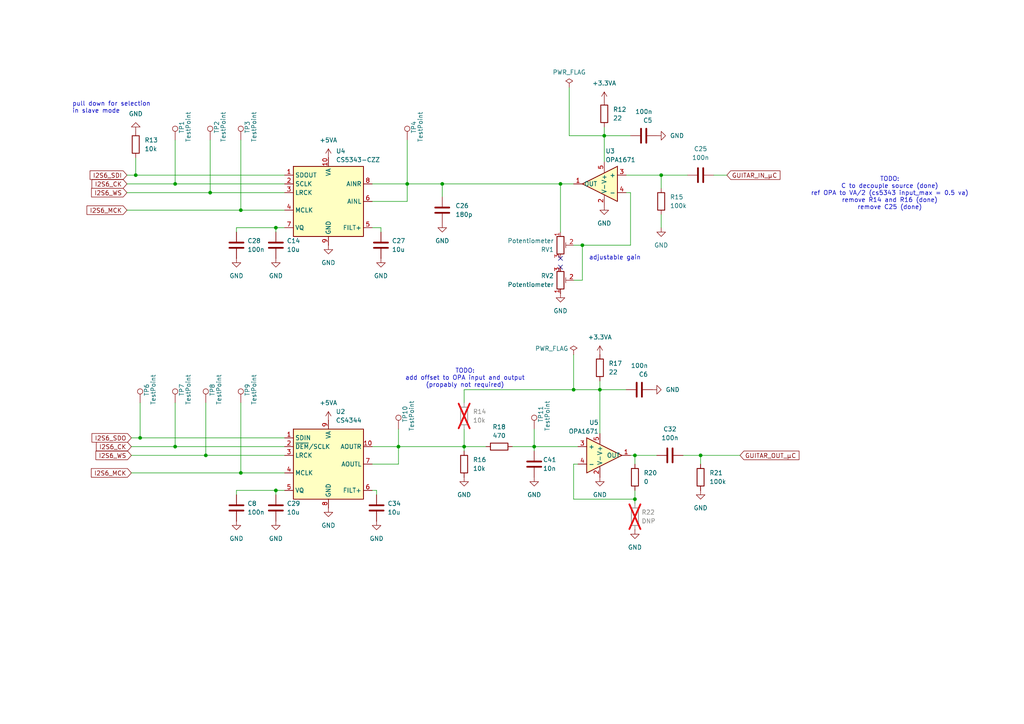
<source format=kicad_sch>
(kicad_sch (version 20250114) (generator "eeschema") (generator_version "9.0")
  (paper "A4")
  (lib_symbols
    (symbol "+3.3VA_1" (power) (pin_numbers (hide yes)) (pin_names (offset 0) (hide yes))
      (property "Value" "+3.3VA" (at 0 3.556 0))
      (symbol "+3.3VA_1_0_1"
        (polyline (pts (xy -0.762 1.27) (xy 0 2.54)))
        (polyline (pts (xy 0 2.54) (xy 0.762 1.27)))
        (polyline (pts (xy 0 0) (xy 0 2.54)))
      )
      (symbol "+3.3VA_1_1_1"
        (pin power_in line (at 0 0 90) (length 0) (name "~") (number "1"))
      )
    )
    (symbol "Audio:CS5343"
      (property "Reference" "U" (at -10.16 11.43 0))
      (property "Value" "CS5343" (at 6.35 11.43 0))
      (symbol "CS5343_0_1"
        (rectangle (start -10.16 10.16) (end 10.16 -10.16) (stroke (width 0.254)) (fill (type background)))
      )
      (symbol "CS5343_1_1"
        (pin output line (at -12.7 7.62 0) (length 2.54) (name "SDOUT") (number "1"))
        (pin bidirectional line (at -12.7 5.08 0) (length 2.54) (name "SCLK") (number "2"))
        (pin bidirectional line (at -12.7 2.54 0) (length 2.54) (name "LRCK") (number "3"))
        (pin input line (at -12.7 -2.54 0) (length 2.54) (name "MCLK") (number "4"))
        (pin output line (at -12.7 -7.62 0) (length 2.54) (name "VQ") (number "7"))
        (pin power_in line (at 0 12.7 270) (length 2.54) (name "VA") (number "10"))
        (pin power_in line (at 0 -12.7 90) (length 2.54) (name "GND") (number "9"))
        (pin input line (at 12.7 5.08 180) (length 2.54) (name "AINR") (number "8"))
        (pin input line (at 12.7 0 180) (length 2.54) (name "AINL") (number "6"))
        (pin output line (at 12.7 -7.62 180) (length 2.54) (name "FILT+") (number "5"))
      )
    )
    (symbol "CS4344_1"
      (property "Reference" "U" (at -10.16 11.43 0))
      (property "Value" "CS4344" (at 6.35 11.43 0))
      (symbol "CS4344_1_0_1"
        (rectangle (start -10.16 10.16) (end 10.16 -10.16) (stroke (width 0.254)) (fill (type background)))
      )
      (symbol "CS4344_1_1_1"
        (pin input line (at -12.7 7.62 0) (length 2.54) (name "SDIN") (number "1"))
        (pin input line (at -12.7 5.08 0) (length 2.54) (name "~{DEM}/SCLK") (number "2"))
        (pin input line (at -12.7 2.54 0) (length 2.54) (name "LRCK") (number "3"))
        (pin input line (at -12.7 -2.54 0) (length 2.54) (name "MCLK") (number "4"))
        (pin output line (at -12.7 -7.62 0) (length 2.54) (name "VQ") (number "5"))
        (pin power_in line (at 0 12.7 270) (length 2.54) (name "VA") (number "9"))
        (pin power_in line (at 0 -12.7 90) (length 2.54) (name "GND") (number "8"))
        (pin output line (at 12.7 5.08 180) (length 2.54) (name "AOUTR") (number "10"))
        (pin output line (at 12.7 0 180) (length 2.54) (name "AOUTL") (number "7"))
        (pin output line (at 12.7 -7.62 180) (length 2.54) (name "FILT+") (number "6"))
      )
    )
    (symbol "Connector:TestPoint" (pin_numbers (hide yes)) (pin_names (offset 0.762) (hide yes))
      (property "Reference" "TP" (at 0 6.858 0))
      (property "Value" "TestPoint" (at 0 5.08 0))
      (symbol "TestPoint_0_1"
        (circle (center 0 3.302) (radius 0.762))
      )
      (symbol "TestPoint_1_1"
        (pin passive line (at 0 0 90) (length 2.54) (name "1") (number "1"))
      )
    )
    (symbol "Device:C" (pin_numbers (hide yes)) (pin_names (offset 0.254))
      (property "Reference" "C" (at 0.635 2.54 0))
      (property "Value" "C" (at 0.635 -2.54 0))
      (symbol "C_0_1"
        (polyline (pts (xy -2.032 0.762) (xy 2.032 0.762)) (stroke (width 0.508)))
        (polyline (pts (xy -2.032 -0.762) (xy 2.032 -0.762)) (stroke (width 0.508)))
      )
      (symbol "C_1_1"
        (pin passive line (at 0 3.81 270) (length 2.794) (name "~") (number "1"))
        (pin passive line (at 0 -3.81 90) (length 2.794) (name "~") (number "2"))
      )
    )
    (symbol "Device:R" (pin_numbers (hide yes)) (pin_names (offset 0))
      (property "Reference" "R" (at 2.032 0 90))
      (property "Value" "R" (at 0 0 90))
      (symbol "R_0_1"
        (rectangle (start -1.016 -2.54) (end 1.016 2.54) (stroke (width 0.254)))
      )
      (symbol "R_1_1"
        (pin passive line (at 0 3.81 270) (length 1.27) (name "~") (number "1"))
        (pin passive line (at 0 -3.81 90) (length 1.27) (name "~") (number "2"))
      )
    )
    (symbol "Device:R_Potentiometer_Trim" (pin_names (offset 1.016) (hide yes))
      (property "Reference" "RV" (at -4.445 0 90))
      (property "Value" "R_Potentiometer_Trim" (at -2.54 0 90))
      (symbol "R_Potentiometer_Trim_0_1"
        (rectangle (start 1.016 2.54) (end -1.016 -2.54) (stroke (width 0.254)))
        (polyline (pts (xy 1.524 0.762) (xy 1.524 -0.762)))
        (polyline (pts (xy 2.54 0) (xy 1.524 0)))
      )
      (symbol "R_Potentiometer_Trim_1_1"
        (pin passive line (at 0 3.81 270) (length 1.27) (name "1") (number "1"))
        (pin passive line (at 0 -3.81 90) (length 1.27) (name "3") (number "3"))
        (pin passive line (at 3.81 0 180) (length 1.27) (name "2") (number "2"))
      )
    )
    (symbol "GND_1" (power) (pin_numbers (hide yes)) (pin_names (offset 0) (hide yes))
      (property "Value" "GND" (at 0 -3.81 0))
      (symbol "GND_1_0_1"
        (polyline (pts (xy 0 0) (xy 0 -1.27) (xy 1.27 -1.27) (xy 0 -2.54) (xy -1.27 -1.27) (xy 0 -1.27)))
      )
      (symbol "GND_1_1_1"
        (pin power_in line (at 0 0 270) (length 0) (name "~") (number "1"))
      )
    )
    (symbol "GND_2" (power) (pin_numbers (hide yes)) (pin_names (offset 0) (hide yes))
      (property "Value" "GND" (at 0 -3.81 0))
      (symbol "GND_2_0_1"
        (polyline (pts (xy 0 0) (xy 0 -1.27) (xy 1.27 -1.27) (xy 0 -2.54) (xy -1.27 -1.27) (xy 0 -1.27)))
      )
      (symbol "GND_2_1_1"
        (pin power_in line (at 0 0 270) (length 0) (name "~") (number "1"))
      )
    )
    (symbol "GND_3" (power) (pin_numbers (hide yes)) (pin_names (offset 0) (hide yes))
      (property "Value" "GND" (at 0 -3.81 0))
      (symbol "GND_3_0_1"
        (polyline (pts (xy 0 0) (xy 0 -1.27) (xy 1.27 -1.27) (xy 0 -2.54) (xy -1.27 -1.27) (xy 0 -1.27)))
      )
      (symbol "GND_3_1_1"
        (pin power_in line (at 0 0 270) (length 0) (name "~") (number "1"))
      )
    )
    (symbol "MySymbols:OPAmp"
      (property "Reference" "U" (at -2.54 7.62 0))
      (symbol "OPAmp_1_1"
        (polyline (pts (xy -3.81 5.08) (xy 6.35 0) (xy -3.81 -5.08) (xy -3.81 5.08)) (stroke (width 0.254)) (fill (type background)))
        (pin input line (at -6.35 2.54 0) (length 2.54) (name "+") (number "3"))
        (pin input line (at -6.35 -2.54 0) (length 2.54) (name "-") (number "4"))
        (pin power_in line (at 0 6.35 270) (length 3) (name "V+") (number "5"))
        (pin power_in line (at 0 -6.35 90) (length 3) (name "V-") (number "2"))
        (pin output line (at 8.89 0 180) (length 2.54) (name "OUT") (number "1"))
      )
    )
    (symbol "power:+3.3VA" (power) (pin_numbers (hide yes)) (pin_names (offset 0) (hide yes))
      (property "Value" "+3.3VA" (at 0 3.556 0))
      (symbol "+3.3VA_0_1"
        (polyline (pts (xy -0.762 1.27) (xy 0 2.54)))
        (polyline (pts (xy 0 2.54) (xy 0.762 1.27)))
        (polyline (pts (xy 0 0) (xy 0 2.54)))
      )
      (symbol "+3.3VA_1_1"
        (pin power_in line (at 0 0 90) (length 0) (name "~") (number "1"))
      )
    )
    (symbol "power:+5VA" (power) (pin_numbers (hide yes)) (pin_names (offset 0) (hide yes))
      (property "Value" "+5VA" (at 0 3.556 0))
      (symbol "+5VA_0_1"
        (polyline (pts (xy -0.762 1.27) (xy 0 2.54)))
        (polyline (pts (xy 0 2.54) (xy 0.762 1.27)))
        (polyline (pts (xy 0 0) (xy 0 2.54)))
      )
      (symbol "+5VA_1_1"
        (pin power_in line (at 0 0 90) (length 0) (name "~") (number "1"))
      )
    )
    (symbol "power:GND" (power) (pin_numbers (hide yes)) (pin_names (offset 0) (hide yes))
      (property "Value" "GND" (at 0 -3.81 0))
      (symbol "GND_0_1"
        (polyline (pts (xy 0 0) (xy 0 -1.27) (xy 1.27 -1.27) (xy 0 -2.54) (xy -1.27 -1.27) (xy 0 -1.27)))
      )
      (symbol "GND_1_1"
        (pin power_in line (at 0 0 270) (length 0) (name "~") (number "1"))
      )
    )
    (symbol "power:PWR_FLAG" (power) (pin_numbers (hide yes)) (pin_names (offset 0) (hide yes))
      (property "Value" "PWR_FLAG" (at 0 3.81 0))
      (symbol "PWR_FLAG_0_0"
        (pin power_out line (at 0 0 90) (length 0) (name "pwr") (number "1"))
      )
      (symbol "PWR_FLAG_0_1"
        (polyline (pts (xy 0 0) (xy 0 1.27) (xy -1.016 1.905) (xy 0 2.54) (xy 1.016 1.905) (xy 0 1.27)))
      )
    )
  )
  (text "TODO:\nC to decouple source (done)\nref OPA to VA/2 (cs5343 input_max = 0.5 va)\nremove R14 and R16 (done)\nremove C25 (done)" (at 258.064 56.134 0) (effects (font (size 1.27 1.27))))
  (text "pull down for selection\nin slave mode" (at 20.955 33.02 0) (effects (font (size 1.27 1.27)) (justify left bottom)))
  (text "adjustable gain" (at 170.815 75.565 0) (effects (font (size 1.27 1.27)) (justify left bottom)))
  (text "TODO:\nadd offset to OPA input and output\n(propably not required)\n" (at 134.874 109.728 0) (effects (font (size 1.27 1.27))))
  (junction (at 80.01 66.04))
  (junction (at 39.37 50.8))
  (junction (at 162.56 53.34))
  (junction (at 203.2 132.08))
  (junction (at 50.8 53.34))
  (junction (at 69.85 137.16))
  (junction (at 154.94 129.54))
  (junction (at 128.27 53.34))
  (junction (at 60.96 55.88))
  (junction (at 40.64 127))
  (junction (at 80.01 142.24))
  (junction (at 50.8 129.54))
  (junction (at 191.77 50.8))
  (junction (at 118.11 53.34))
  (junction (at 115.57 129.54))
  (junction (at 168.91 71.12))
  (junction (at 166.37 113.03))
  (junction (at 184.15 144.78))
  (junction (at 173.99 113.03))
  (junction (at 69.85 60.96))
  (junction (at 184.15 132.08))
  (junction (at 59.69 132.08))
  (junction (at 134.62 129.54))
  (junction (at 175.26 39.37))
  (no_connect (at 162.56 77.47))
  (no_connect (at 162.56 74.93))
  (wire (pts (xy 68.58 143.51) (xy 68.58 142.24)))
  (wire (pts (xy 154.94 129.54) (xy 154.94 130.81)))
  (wire (pts (xy 162.56 53.34) (xy 162.56 67.31)))
  (wire (pts (xy 107.95 129.54) (xy 115.57 129.54)))
  (wire (pts (xy 38.1 127) (xy 40.64 127)))
  (wire (pts (xy 128.27 53.34) (xy 128.27 57.15)))
  (wire (pts (xy 60.96 40.64) (xy 60.96 55.88)))
  (wire (pts (xy 181.61 50.8) (xy 191.77 50.8)))
  (wire (pts (xy 166.37 113.03) (xy 134.62 113.03)))
  (wire (pts (xy 68.58 66.04) (xy 80.01 66.04)))
  (wire (pts (xy 50.8 129.54) (xy 82.55 129.54)))
  (wire (pts (xy 134.62 129.54) (xy 140.97 129.54)))
  (wire (pts (xy 115.57 129.54) (xy 115.57 134.62)))
  (wire (pts (xy 182.88 71.12) (xy 168.91 71.12)))
  (wire (pts (xy 173.99 113.03) (xy 173.99 125.73)))
  (wire (pts (xy 107.95 142.24) (xy 109.22 142.24)))
  (wire (pts (xy 109.22 142.24) (xy 109.22 143.51)))
  (wire (pts (xy 59.69 132.08) (xy 82.55 132.08)))
  (wire (pts (xy 39.37 45.72) (xy 39.37 50.8)))
  (wire (pts (xy 115.57 124.46) (xy 115.57 129.54)))
  (wire (pts (xy 175.26 46.99) (xy 175.26 39.37)))
  (wire (pts (xy 168.91 71.12) (xy 166.37 71.12)))
  (wire (pts (xy 166.37 144.78) (xy 184.15 144.78)))
  (wire (pts (xy 165.1 39.37) (xy 175.26 39.37)))
  (wire (pts (xy 68.58 66.04) (xy 68.58 67.31)))
  (wire (pts (xy 165.1 39.37) (xy 165.1 25.4)))
  (wire (pts (xy 39.37 50.8) (xy 82.55 50.8)))
  (wire (pts (xy 182.88 132.08) (xy 184.15 132.08)))
  (wire (pts (xy 184.15 132.08) (xy 184.15 134.62)))
  (wire (pts (xy 118.11 40.64) (xy 118.11 53.34)))
  (wire (pts (xy 69.85 40.64) (xy 69.85 60.96)))
  (wire (pts (xy 184.15 132.08) (xy 190.5 132.08)))
  (wire (pts (xy 134.62 124.46) (xy 134.62 129.54)))
  (wire (pts (xy 203.2 132.08) (xy 203.2 134.62)))
  (wire (pts (xy 36.83 53.34) (xy 50.8 53.34)))
  (wire (pts (xy 68.58 142.24) (xy 80.01 142.24)))
  (wire (pts (xy 207.01 50.8) (xy 210.82 50.8)))
  (wire (pts (xy 181.61 55.88) (xy 182.88 55.88)))
  (wire (pts (xy 36.83 50.8) (xy 39.37 50.8)))
  (wire (pts (xy 107.95 134.62) (xy 115.57 134.62)))
  (wire (pts (xy 38.1 137.16) (xy 69.85 137.16)))
  (wire (pts (xy 154.94 124.46) (xy 154.94 129.54)))
  (wire (pts (xy 40.64 127) (xy 40.64 116.84)))
  (wire (pts (xy 115.57 129.54) (xy 134.62 129.54)))
  (wire (pts (xy 191.77 62.23) (xy 191.77 66.04)))
  (wire (pts (xy 80.01 66.04) (xy 80.01 67.31)))
  (wire (pts (xy 134.62 113.03) (xy 134.62 116.84)))
  (wire (pts (xy 118.11 53.34) (xy 128.27 53.34)))
  (wire (pts (xy 50.8 116.84) (xy 50.8 129.54)))
  (wire (pts (xy 166.37 113.03) (xy 173.99 113.03)))
  (wire (pts (xy 80.01 66.04) (xy 82.55 66.04)))
  (wire (pts (xy 118.11 58.42) (xy 118.11 53.34)))
  (wire (pts (xy 166.37 134.62) (xy 166.37 144.78)))
  (wire (pts (xy 154.94 129.54) (xy 167.64 129.54)))
  (wire (pts (xy 134.62 129.54) (xy 134.62 130.81)))
  (wire (pts (xy 148.59 129.54) (xy 154.94 129.54)))
  (wire (pts (xy 198.12 132.08) (xy 203.2 132.08)))
  (wire (pts (xy 175.26 39.37) (xy 182.88 39.37)))
  (wire (pts (xy 107.95 53.34) (xy 118.11 53.34)))
  (wire (pts (xy 69.85 137.16) (xy 82.55 137.16)))
  (wire (pts (xy 168.91 81.28) (xy 166.37 81.28)))
  (wire (pts (xy 38.1 129.54) (xy 50.8 129.54)))
  (wire (pts (xy 50.8 53.34) (xy 82.55 53.34)))
  (wire (pts (xy 110.49 66.04) (xy 110.49 67.31)))
  (wire (pts (xy 191.77 50.8) (xy 199.39 50.8)))
  (wire (pts (xy 107.95 58.42) (xy 118.11 58.42)))
  (wire (pts (xy 162.56 53.34) (xy 166.37 53.34)))
  (wire (pts (xy 40.64 127) (xy 82.55 127)))
  (wire (pts (xy 69.85 116.84) (xy 69.85 137.16)))
  (wire (pts (xy 167.64 134.62) (xy 166.37 134.62)))
  (wire (pts (xy 203.2 132.08) (xy 214.63 132.08)))
  (wire (pts (xy 168.91 71.12) (xy 168.91 81.28)))
  (wire (pts (xy 166.37 113.03) (xy 166.37 102.87)))
  (wire (pts (xy 60.96 55.88) (xy 82.55 55.88)))
  (wire (pts (xy 128.27 53.34) (xy 162.56 53.34)))
  (wire (pts (xy 36.83 55.88) (xy 60.96 55.88)))
  (wire (pts (xy 50.8 40.64) (xy 50.8 53.34)))
  (wire (pts (xy 184.15 144.78) (xy 184.15 146.05)))
  (wire (pts (xy 175.26 36.83) (xy 175.26 39.37)))
  (wire (pts (xy 80.01 142.24) (xy 80.01 143.51)))
  (wire (pts (xy 191.77 50.8) (xy 191.77 54.61)))
  (wire (pts (xy 38.1 132.08) (xy 59.69 132.08)))
  (wire (pts (xy 182.88 55.88) (xy 182.88 71.12)))
  (wire (pts (xy 184.15 142.24) (xy 184.15 144.78)))
  (wire (pts (xy 80.01 142.24) (xy 82.55 142.24)))
  (wire (pts (xy 59.69 116.84) (xy 59.69 132.08)))
  (wire (pts (xy 69.85 60.96) (xy 82.55 60.96)))
  (wire (pts (xy 107.95 66.04) (xy 110.49 66.04)))
  (wire (pts (xy 36.83 60.96) (xy 69.85 60.96)))
  (wire (pts (xy 173.99 113.03) (xy 181.61 113.03)))
  (wire (pts (xy 173.99 110.49) (xy 173.99 113.03)))
  (global_label "I2S6_MCK" (shape input) (at 36.83 60.96 180) (property "Intersheetrefs" "${INTERSHEET_REFS}" (effects (hide yes))))
  (global_label "I2S6_CK" (shape input) (at 38.1 129.54 180) (property "Intersheetrefs" "${INTERSHEET_REFS}" (effects (hide yes))))
  (global_label "GUITAR_OUT_µC" (shape input) (at 214.63 132.08 0) (property "Intersheetrefs" "${INTERSHEET_REFS}" (effects (hide yes))))
  (global_label "I2S6_SDO" (shape input) (at 38.1 127 180) (property "Intersheetrefs" "${INTERSHEET_REFS}" (effects (hide yes))))
  (global_label "I2S6_WS" (shape input) (at 36.83 55.88 180) (property "Intersheetrefs" "${INTERSHEET_REFS}" (effects (hide yes))))
  (global_label "I2S6_MCK" (shape input) (at 38.1 137.16 180) (property "Intersheetrefs" "${INTERSHEET_REFS}" (effects (hide yes))))
  (global_label "I2S6_WS" (shape input) (at 38.1 132.08 180) (property "Intersheetrefs" "${INTERSHEET_REFS}" (effects (hide yes))))
  (global_label "I2S6_SDI" (shape input) (at 36.83 50.8 180) (property "Intersheetrefs" "${INTERSHEET_REFS}" (effects (hide yes))))
  (global_label "I2S6_CK" (shape input) (at 36.83 53.34 180) (property "Intersheetrefs" "${INTERSHEET_REFS}" (effects (hide yes))))
  (global_label "GUITAR_IN_µC" (shape input) (at 210.82 50.8 0) (property "Intersheetrefs" "${INTERSHEET_REFS}" (effects (hide yes))))
  (symbol (lib_name "+3.3VA_1") (lib_id "power:+3.3VA") (at 173.99 102.87 0) (unit 1)
    (property "Reference" "#PWR066" (effects (hide yes)))
    (property "Value" "+3.3VA" (at 173.99 97.79 0))
    (property "Description" "Power symbol creates a global label with name \"+3.3VA\"" (effects (hide yes)))
  )
  (symbol (lib_id "power:PWR_FLAG") (at 166.37 102.87 0) (unit 1)
    (property "Reference" "#FLG03" (effects (hide yes)))
    (property "Value" "PWR_FLAG" (at 160.02 101.092 0))
  )
  (symbol (lib_id "Device:C") (at 203.2 50.8 90) (unit 1)
    (property "Reference" "C25" (at 203.2 43.18 90))
    (property "Value" "100n" (at 203.2 45.72 90))
    (property "Footprint" "Capacitor_SMD:C_1210_3225Metric" (effects (hide yes)))
    (property "Datasheet" "https://industrial.panasonic.com/cdbs/www-data/pdf/RDI0000/ABD0000C173.pdf" (effects (hide yes)))
    (property "Description" "Unpolarized capacitor" (effects (hide yes)))
    (property "MOUSER_NR" "667-ECH-U1C104JX5" (effects (hide yes)))
  )
  (symbol (lib_name "GND_1") (lib_id "power:GND") (at 80.01 74.93 0) (unit 1)
    (property "Reference" "#PWR062" (effects (hide yes)))
    (property "Value" "GND" (at 80.01 80.01 0))
    (property "Description" "Power symbol creates a global label with name \"GND\" , ground" (effects (hide yes)))
  )
  (symbol (lib_id "Connector:TestPoint") (at 50.8 116.84 0) (unit 1)
    (property "Reference" "TP7" (at 52.705 114.935 90) (effects (justify left)))
    (property "Value" "TestPoint" (at 54.61 117.475 90) (effects (justify left)))
    (property "Footprint" "TestPoint:TestPoint_Pad_D1.5mm" (effects (hide yes)))
  )
  (symbol (lib_id "Connector:TestPoint") (at 60.96 40.64 0) (unit 1)
    (property "Reference" "TP2" (at 62.865 38.735 90) (effects (justify left)))
    (property "Value" "TestPoint" (at 64.77 41.275 90) (effects (justify left)))
    (property "Footprint" "TestPoint:TestPoint_Pad_D1.5mm" (effects (hide yes)))
  )
  (symbol (lib_name "GND_1") (lib_id "power:GND") (at 80.01 151.13 0) (unit 1)
    (property "Reference" "#PWR073" (effects (hide yes)))
    (property "Value" "GND" (at 80.01 156.21 0))
    (property "Description" "Power symbol creates a global label with name \"GND\" , ground" (effects (hide yes)))
  )
  (symbol (lib_id "Connector:TestPoint") (at 59.69 116.84 0) (unit 1)
    (property "Reference" "TP8" (at 61.595 114.935 90) (effects (justify left)))
    (property "Value" "TestPoint" (at 63.5 117.475 90) (effects (justify left)))
    (property "Footprint" "TestPoint:TestPoint_Pad_D1.5mm" (effects (hide yes)))
  )
  (symbol (lib_id "Device:R") (at 191.77 58.42 0) (unit 1)
    (property "Reference" "R15" (at 194.31 57.15 0) (effects (justify left)))
    (property "Value" "100k" (at 194.31 59.69 0) (effects (justify left)))
    (property "Footprint" "Resistor_SMD:R_0402_1005Metric" (effects (hide yes)))
    (property "Datasheet" "https://www.mouser.de/ProductDetail/Bourns/CR0402-JW-104GLF?qs=K5ddiUFZPT6F5Sk3R93%2Fiw%3D%3D" (effects (hide yes)))
    (property "MOUSER_NR" "652-CR0402JW-104GLF" (effects (hide yes)))
  )
  (symbol (lib_name "GND_1") (lib_id "power:GND") (at 154.94 138.43 0) (unit 1)
    (property "Reference" "#PWR070" (effects (hide yes)))
    (property "Value" "GND" (at 154.94 143.51 0))
    (property "Description" "Power symbol creates a global label with name \"GND\" , ground" (effects (hide yes)))
  )
  (symbol (lib_name "GND_1") (lib_id "power:GND") (at 173.99 138.43 0) (unit 1)
    (property "Reference" "#PWR071" (effects (hide yes)))
    (property "Value" "GND" (at 173.99 143.51 0))
    (property "Description" "Power symbol creates a global label with name \"GND\" , ground" (effects (hide yes)))
  )
  (symbol (lib_id "Device:C") (at 80.01 71.12 0) (unit 1)
    (property "Reference" "C14" (at 83.185 69.85 0) (effects (justify left)))
    (property "Value" "10u" (at 83.185 72.39 0) (effects (justify left)))
    (property "Footprint" "Capacitor_SMD:C_0603_1608Metric" (effects (hide yes)))
    (property "Datasheet" "https://www.mouser.de/datasheet/2/396/mlcc02_e-1307760.pdf" (effects (hide yes)))
    (property "MOUSER_NR" "963-LMK107BBJ106MALT" (effects (hide yes)))
  )
  (symbol (lib_id "Connector:TestPoint") (at 50.8 40.64 0) (unit 1)
    (property "Reference" "TP1" (at 52.705 38.735 90) (effects (justify left)))
    (property "Value" "TestPoint" (at 54.61 41.275 90) (effects (justify left)))
    (property "Footprint" "TestPoint:TestPoint_Pad_D1.5mm" (effects (hide yes)))
  )
  (symbol (lib_id "Device:R_Potentiometer_Trim") (at 162.56 81.28 0) (mirror x) (unit 1)
    (property "Reference" "RV2" (at 160.655 80.01 0) (effects (justify right)))
    (property "Value" "Potentiometer" (at 160.655 82.55 0) (effects (justify right)))
    (property "Footprint" "Potentiometer_SMD:Potentiometer_Bourns_3224W_Vertical" (effects (hide yes)))
    (property "Datasheet" "https://www.mouser.de/datasheet/2/54/3224-776900.pdf" (effects (hide yes)))
    (property "MOUSER_NR" "652-3224W-1-503E" (effects (hide yes)))
  )
  (symbol (lib_id "Device:C") (at 186.69 39.37 90) (unit 1)
    (property "Reference" "C5" (at 189.23 34.925 90) (effects (justify left)))
    (property "Value" "100n" (at 189.23 32.385 90) (effects (justify left)))
    (property "Footprint" "Capacitor_SMD:C_0402_1005Metric" (effects (hide yes)))
    (property "Datasheet" "https://www.mouser.de/datasheet/2/396/Taiyo_Yuden_1102023_MC_mlcc_all_e-3081584.pdf" (effects (hide yes)))
    (property "MOUSER_NR" "963-MCASL105SB7104KF" (effects (hide yes)))
  )
  (symbol (lib_name "GND_1") (lib_id "power:GND") (at 68.58 151.13 0) (unit 1)
    (property "Reference" "#PWR065" (effects (hide yes)))
    (property "Value" "GND" (at 68.58 156.21 0))
    (property "Description" "Power symbol creates a global label with name \"GND\" , ground" (effects (hide yes)))
  )
  (symbol (lib_id "Device:C") (at 185.42 113.03 90) (unit 1)
    (property "Reference" "C6" (at 187.96 108.585 90) (effects (justify left)))
    (property "Value" "100n" (at 187.96 106.045 90) (effects (justify left)))
    (property "Footprint" "Capacitor_SMD:C_0402_1005Metric" (effects (hide yes)))
    (property "Datasheet" "https://www.mouser.de/datasheet/2/396/Taiyo_Yuden_1102023_MC_mlcc_all_e-3081584.pdf" (effects (hide yes)))
    (property "MOUSER_NR" "963-MCASL105SB7104KF" (effects (hide yes)))
  )
  (symbol (lib_id "Device:C") (at 110.49 71.12 0) (unit 1)
    (property "Reference" "C27" (at 113.665 69.85 0) (effects (justify left)))
    (property "Value" "10u" (at 113.665 72.39 0) (effects (justify left)))
    (property "Footprint" "Capacitor_SMD:C_0603_1608Metric" (effects (hide yes)))
    (property "Datasheet" "https://www.mouser.de/datasheet/2/396/mlcc02_e-1307760.pdf" (effects (hide yes)))
    (property "MOUSER_NR" "963-LMK107BBJ106MALT" (effects (hide yes)))
  )
  (symbol (lib_name "GND_1") (lib_id "power:GND") (at 95.25 71.12 0) (unit 1)
    (property "Reference" "#PWR063" (effects (hide yes)))
    (property "Value" "GND" (at 95.25 76.2 0))
    (property "Description" "Power symbol creates a global label with name \"GND\" , ground" (effects (hide yes)))
  )
  (symbol (lib_id "Audio:CS5343") (at 95.25 58.42 0) (unit 1)
    (property "Reference" "U4" (at 97.4441 43.815 0) (effects (justify left)))
    (property "Value" "CS5343-CZZ" (at 97.4441 46.355 0) (effects (justify left)))
    (property "Footprint" "Package_SO:TSSOP-10_3x3mm_P0.5mm" (effects (hide yes)))
    (property "Datasheet" "https://statics.cirrus.com/pubs/proDatasheet/CS5343-44_F5.pdf" (effects (hide yes)))
    (property "MOUSER_NR" " 777-CS5343-CZZ " (effects (hide yes)))
  )
  (symbol (lib_id "Device:C") (at 68.58 147.32 0) (unit 1)
    (property "Reference" "C8" (at 71.755 146.05 0) (effects (justify left)))
    (property "Value" "100n" (at 71.755 148.59 0) (effects (justify left)))
    (property "Footprint" "Capacitor_SMD:C_0402_1005Metric" (effects (hide yes)))
    (property "Datasheet" "https://www.mouser.de/datasheet/2/396/Taiyo_Yuden_1102023_MC_mlcc_all_e-3081584.pdf" (effects (hide yes)))
    (property "MOUSER_NR" "963-MCASL105SB7104KF" (effects (hide yes)))
  )
  (symbol (lib_id "Connector:TestPoint") (at 69.85 40.64 0) (unit 1)
    (property "Reference" "TP3" (at 71.755 38.735 90) (effects (justify left)))
    (property "Value" "TestPoint" (at 73.66 41.275 90) (effects (justify left)))
    (property "Footprint" "TestPoint:TestPoint_Pad_D1.5mm" (effects (hide yes)))
  )
  (symbol (lib_name "GND_1") (lib_id "power:GND") (at 203.2 142.24 0) (unit 1)
    (property "Reference" "#PWR072" (effects (hide yes)))
    (property "Value" "GND" (at 203.2 147.32 0))
    (property "Description" "Power symbol creates a global label with name \"GND\" , ground" (effects (hide yes)))
  )
  (symbol (lib_id "MySymbols:OPAmp") (at 175.26 53.34 0) (mirror y) (unit 1)
    (property "Reference" "U3" (at 175.6059 43.815 0) (effects (justify right)))
    (property "Value" "OPA1671" (at 175.6059 46.355 0) (effects (justify right)))
    (property "Footprint" "Package_TO_SOT_SMD:SOT-23-5" (effects (hide yes)))
    (property "Datasheet" "https://www.ti.com/lit/ds/symlink/opa1671.pdf?ts=1712400587031&ref_url=https%253A%252F%252Fwww.mouser.at%252F" (effects (hide yes)))
    (property "MOUSER_NR" " 595-OPA1671IDBVT" (effects (hide yes)))
  )
  (symbol (lib_id "Device:C") (at 194.31 132.08 90) (unit 1)
    (property "Reference" "C32" (at 194.31 124.46 90))
    (property "Value" "100n" (at 194.31 127 90))
    (property "Footprint" "Capacitor_SMD:C_1210_3225Metric" (effects (hide yes)))
    (property "Datasheet" "https://industrial.panasonic.com/cdbs/www-data/pdf/RDI0000/ABD0000C173.pdf" (effects (hide yes)))
    (property "Description" "Unpolarized capacitor" (effects (hide yes)))
    (property "MOUSER_NR" "667-ECH-U1C104JX5" (effects (hide yes)))
  )
  (symbol (lib_name "GND_3") (lib_id "power:GND") (at 162.56 85.09 0) (unit 1)
    (property "Reference" "#PWR077" (effects (hide yes)))
    (property "Value" "GND" (at 162.56 90.17 0))
    (property "Description" "Power symbol creates a global label with name \"GND\" , ground" (effects (hide yes)))
  )
  (symbol (lib_id "power:PWR_FLAG") (at 165.1 25.4 0) (unit 1)
    (property "Reference" "#FLG02" (effects (hide yes)))
    (property "Value" "PWR_FLAG" (at 165.1 20.955 0))
  )
  (symbol (lib_name "CS4344_1") (lib_id "Audio:CS4344") (at 95.25 134.62 0) (unit 1)
    (property "Reference" "U2" (at 97.3933 119.38 0) (effects (justify left)))
    (property "Value" "CS4344" (at 97.3933 121.92 0) (effects (justify left)))
    (property "Footprint" "Package_SO:TSSOP-10_3x3mm_P0.5mm" (effects (hide yes)))
    (property "Datasheet" "https://statics.cirrus.com/pubs/proDatasheet/CS4344-45-48_F2.pdf" (effects (hide yes)))
    (property "Description" "16 to 24-Bit, 192 kHz Stereo D/A Converter, I2S Audio Format, TSSOP-10" (effects (hide yes)))
    (property "MOUSER_NR" " 777-CS4344-CZZR" (effects (hide yes)))
  )
  (symbol (lib_id "Device:R") (at 203.2 138.43 0) (unit 1)
    (property "Reference" "R21" (at 205.74 137.16 0) (effects (justify left)))
    (property "Value" "100k" (at 205.74 139.7 0) (effects (justify left)))
    (property "Footprint" "Resistor_SMD:R_0402_1005Metric" (effects (hide yes)))
    (property "Datasheet" "https://www.mouser.de/ProductDetail/Bourns/CR0402-JW-104GLF?qs=K5ddiUFZPT6F5Sk3R93%2Fiw%3D%3D" (effects (hide yes)))
    (property "MOUSER_NR" "652-CR0402JW-104GLF" (effects (hide yes)))
  )
  (symbol (lib_id "power:+3.3VA") (at 175.26 29.21 0) (unit 1)
    (property "Reference" "#PWR034" (effects (hide yes)))
    (property "Value" "+3.3VA" (at 175.26 24.13 0))
    (property "Description" "Power symbol creates a global label with name \"+3.3VA\"" (effects (hide yes)))
  )
  (symbol (lib_id "Device:R") (at 175.26 33.02 0) (unit 1)
    (property "Reference" "R12" (at 177.8 31.75 0) (effects (justify left)))
    (property "Value" "22" (at 177.8 34.29 0) (effects (justify left)))
    (property "Footprint" "Resistor_SMD:R_0603_1608Metric" (effects (hide yes)))
    (property "Datasheet" "https://www.mouser.de/datasheet/2/54/Bourns_1_11_2023_CHP_Q_datasheet-3084758.pdf" (effects (hide yes)))
    (property "MOUSER_NR" " 652-CHP0603QJW-220E " (effects (hide yes)))
  )
  (symbol (lib_id "Connector:TestPoint") (at 154.94 124.46 0) (unit 1)
    (property "Reference" "TP11" (at 156.845 122.555 90) (effects (justify left)))
    (property "Value" "TestPoint" (at 158.75 125.095 90) (effects (justify left)))
    (property "Footprint" "TestPoint:TestPoint_Pad_D1.5mm" (effects (hide yes)))
  )
  (symbol (lib_id "Device:C") (at 109.22 147.32 0) (unit 1)
    (property "Reference" "C34" (at 112.395 146.05 0) (effects (justify left)))
    (property "Value" "10u" (at 112.395 148.59 0) (effects (justify left)))
    (property "Footprint" "Capacitor_SMD:C_0603_1608Metric" (effects (hide yes)))
    (property "Datasheet" "https://www.mouser.de/datasheet/2/396/mlcc02_e-1307760.pdf" (effects (hide yes)))
    (property "MOUSER_NR" "963-LMK107BBJ106MALT" (effects (hide yes)))
  )
  (symbol (lib_name "GND_1") (lib_id "power:GND") (at 68.58 74.93 0) (unit 1)
    (property "Reference" "#PWR061" (effects (hide yes)))
    (property "Value" "GND" (at 68.58 80.01 0))
    (property "Description" "Power symbol creates a global label with name \"GND\" , ground" (effects (hide yes)))
  )
  (symbol (lib_name "GND_1") (lib_id "power:GND") (at 189.23 113.03 90) (unit 1)
    (property "Reference" "#PWR067" (effects (hide yes)))
    (property "Value" "GND" (at 193.04 113.0299 90) (effects (justify right)))
    (property "Description" "Power symbol creates a global label with name \"GND\" , ground" (effects (hide yes)))
  )
  (symbol (lib_name "GND_1") (lib_id "power:GND") (at 134.62 138.43 0) (unit 1)
    (property "Reference" "#PWR069" (effects (hide yes)))
    (property "Value" "GND" (at 134.62 143.51 0))
    (property "Description" "Power symbol creates a global label with name \"GND\" , ground" (effects (hide yes)))
  )
  (symbol (lib_name "GND_1") (lib_id "power:GND") (at 109.22 151.13 0) (unit 1)
    (property "Reference" "#PWR075" (effects (hide yes)))
    (property "Value" "GND" (at 109.22 156.21 0))
    (property "Description" "Power symbol creates a global label with name \"GND\" , ground" (effects (hide yes)))
  )
  (symbol (lib_id "Connector:TestPoint") (at 115.57 124.46 0) (unit 1)
    (property "Reference" "TP10" (at 117.475 122.555 90) (effects (justify left)))
    (property "Value" "TestPoint" (at 119.38 125.095 90) (effects (justify left)))
    (property "Footprint" "TestPoint:TestPoint_Pad_D1.5mm" (effects (hide yes)))
  )
  (symbol (lib_name "GND_1") (lib_id "power:GND") (at 190.5 39.37 90) (unit 1)
    (property "Reference" "#PWR056" (effects (hide yes)))
    (property "Value" "GND" (at 194.31 39.3699 90) (effects (justify right)))
    (property "Description" "Power symbol creates a global label with name \"GND\" , ground" (effects (hide yes)))
  )
  (symbol (lib_id "Device:R") (at 39.37 41.91 0) (unit 1)
    (property "Reference" "R13" (at 41.91 40.64 0) (effects (justify left)))
    (property "Value" "10k" (at 41.91 43.18 0) (effects (justify left)))
    (property "Footprint" "Resistor_SMD:R_0402_1005Metric" (effects (hide yes)))
    (property "Datasheet" "https://www.mouser.de/datasheet/2/54/cr-1858361.pdf" (effects (hide yes)))
    (property "MOUSER_NR" "652-CR0402-JW-103GLF" (effects (hide yes)))
  )
  (symbol (lib_id "Connector:TestPoint") (at 40.64 116.84 0) (unit 1)
    (property "Reference" "TP6" (at 42.545 114.935 90) (effects (justify left)))
    (property "Value" "TestPoint" (at 44.45 117.475 90) (effects (justify left)))
    (property "Footprint" "TestPoint:TestPoint_Pad_D1.5mm" (effects (hide yes)))
  )
  (symbol (lib_id "power:+5VA") (at 95.25 45.72 0) (unit 1)
    (property "Reference" "#PWR06" (effects (hide yes)))
    (property "Value" "+5VA" (at 95.25 40.64 0))
    (property "Description" "Power symbol creates a global label with name \"+5VA\"" (effects (hide yes)))
  )
  (symbol (lib_id "Device:C") (at 68.58 71.12 0) (unit 1)
    (property "Reference" "C28" (at 71.755 69.85 0) (effects (justify left)))
    (property "Value" "100n" (at 71.755 72.39 0) (effects (justify left)))
    (property "Footprint" "Capacitor_SMD:C_0402_1005Metric" (effects (hide yes)))
    (property "Datasheet" "https://www.mouser.de/datasheet/2/396/Taiyo_Yuden_1102023_MC_mlcc_all_e-3081584.pdf" (effects (hide yes)))
    (property "MOUSER_NR" "963-MCASL105SB7104KF" (effects (hide yes)))
  )
  (symbol (lib_id "Device:C") (at 128.27 60.96 0) (unit 1)
    (property "Reference" "C26" (at 132.08 59.69 0) (effects (justify left)))
    (property "Value" "180p" (at 132.08 62.23 0) (effects (justify left)))
    (property "Footprint" "Capacitor_SMD:C_0402_1005Metric" (effects (hide yes)))
    (property "Datasheet" "https://www.mouser.de/datasheet/2/281/1/GCM1555C1H181JA16_01A-3141468.pdf" (effects (hide yes)))
    (property "MOUSER_NR" "81-GCM1555C1H181JA6D" (effects (hide yes)))
  )
  (symbol (lib_name "GND_1") (lib_id "power:GND") (at 110.49 74.93 0) (unit 1)
    (property "Reference" "#PWR064" (effects (hide yes)))
    (property "Value" "GND" (at 110.49 80.01 0))
    (property "Description" "Power symbol creates a global label with name \"GND\" , ground" (effects (hide yes)))
  )
  (symbol (lib_id "Device:R") (at 184.15 149.86 0) (unit 1) (in_bom no) (dnp yes)
    (property "Reference" "R22" (at 186.055 148.59 0) (effects (justify left)))
    (property "Value" "DNP" (at 186.055 151.13 0) (effects (justify left)))
    (property "Footprint" "Resistor_SMD:R_0402_1005Metric" (effects (hide yes)))
  )
  (symbol (lib_id "Connector:TestPoint") (at 118.11 40.64 0) (unit 1)
    (property "Reference" "TP4" (at 120.015 38.735 90) (effects (justify left)))
    (property "Value" "TestPoint" (at 121.92 41.275 90) (effects (justify left)))
    (property "Footprint" "TestPoint:TestPoint_Pad_D1.5mm" (effects (hide yes)))
  )
  (symbol (lib_id "Device:R") (at 173.99 106.68 0) (unit 1)
    (property "Reference" "R17" (at 176.53 105.41 0) (effects (justify left)))
    (property "Value" "22" (at 176.53 107.95 0) (effects (justify left)))
    (property "Footprint" "Resistor_SMD:R_0603_1608Metric" (effects (hide yes)))
    (property "Datasheet" "https://www.mouser.de/datasheet/2/54/Bourns_1_11_2023_CHP_Q_datasheet-3084758.pdf" (effects (hide yes)))
    (property "MOUSER_NR" " 652-CHP0603QJW-220E " (effects (hide yes)))
  )
  (symbol (lib_id "Device:R_Potentiometer_Trim") (at 162.56 71.12 0) (unit 1)
    (property "Reference" "RV1" (at 160.655 72.39 0) (effects (justify right)))
    (property "Value" "Potentiometer" (at 160.655 69.85 0) (effects (justify right)))
    (property "Footprint" "Potentiometer_SMD:Potentiometer_Bourns_3224W_Vertical" (effects (hide yes)))
    (property "Datasheet" "https://www.mouser.de/datasheet/2/54/3224-776900.pdf" (effects (hide yes)))
    (property "MOUSER_NR" "652-3224W-1-503E" (effects (hide yes)))
  )
  (symbol (lib_name "GND_1") (lib_id "power:GND") (at 95.25 147.32 0) (unit 1)
    (property "Reference" "#PWR074" (effects (hide yes)))
    (property "Value" "GND" (at 95.25 152.4 0))
    (property "Description" "Power symbol creates a global label with name \"GND\" , ground" (effects (hide yes)))
  )
  (symbol (lib_id "MySymbols:OPAmp") (at 173.99 132.08 0) (unit 1)
    (property "Reference" "U5" (at 173.6441 122.555 0) (effects (justify right)))
    (property "Value" "OPA1671" (at 173.6441 125.095 0) (effects (justify right)))
    (property "Footprint" "Package_TO_SOT_SMD:SOT-23-5" (effects (hide yes)))
    (property "Datasheet" "https://www.ti.com/lit/ds/symlink/opa1671.pdf?ts=1712400587031&ref_url=https%253A%252F%252Fwww.mouser.at%252F" (effects (hide yes)))
    (property "MOUSER_NR" " 595-OPA1671IDBVT" (effects (hide yes)))
  )
  (symbol (lib_name "GND_1") (lib_id "power:GND") (at 191.77 66.04 0) (unit 1)
    (property "Reference" "#PWR060" (effects (hide yes)))
    (property "Value" "GND" (at 191.77 71.12 0))
    (property "Description" "Power symbol creates a global label with name \"GND\" , ground" (effects (hide yes)))
  )
  (symbol (lib_id "Connector:TestPoint") (at 69.85 116.84 0) (unit 1)
    (property "Reference" "TP9" (at 71.755 114.935 90) (effects (justify left)))
    (property "Value" "TestPoint" (at 73.66 117.475 90) (effects (justify left)))
    (property "Footprint" "TestPoint:TestPoint_Pad_D1.5mm" (effects (hide yes)))
  )
  (symbol (lib_id "power:GND") (at 39.37 38.1 180) (unit 1)
    (property "Reference" "#PWR054" (effects (hide yes)))
    (property "Value" "GND" (at 39.37 33.02 0))
    (property "Description" "Power symbol creates a global label with name \"GND\" , ground" (effects (hide yes)))
  )
  (symbol (lib_name "GND_2") (lib_id "power:GND") (at 175.26 59.69 0) (unit 1)
    (property "Reference" "#PWR057" (effects (hide yes)))
    (property "Value" "GND" (at 175.26 64.77 0))
    (property "Description" "Power symbol creates a global label with name \"GND\" , ground" (effects (hide yes)))
  )
  (symbol (lib_id "Device:C") (at 80.01 147.32 0) (unit 1)
    (property "Reference" "C29" (at 83.185 146.05 0) (effects (justify left)))
    (property "Value" "10u" (at 83.185 148.59 0) (effects (justify left)))
    (property "Footprint" "Capacitor_SMD:C_0603_1608Metric" (effects (hide yes)))
    (property "Datasheet" "https://www.mouser.de/datasheet/2/396/mlcc02_e-1307760.pdf" (effects (hide yes)))
    (property "MOUSER_NR" "963-LMK107BBJ106MALT" (effects (hide yes)))
  )
  (symbol (lib_id "Device:R") (at 184.15 138.43 0) (unit 1)
    (property "Reference" "R20" (at 186.69 137.16 0) (effects (justify left)))
    (property "Value" "0" (at 186.69 139.7 0) (effects (justify left)))
    (property "Footprint" "Resistor_SMD:R_0402_1005Metric" (effects (hide yes)))
    (property "Datasheet" "https://www.we-online.com/components/products/datasheet/560112110001.pdf" (effects (hide yes)))
    (property "MOUSER_NR" " 710-560112110001 " (effects (hide yes)))
  )
  (symbol (lib_id "Device:R") (at 134.62 134.62 0) (unit 1)
    (property "Reference" "R16" (at 137.16 133.35 0) (effects (justify left)))
    (property "Value" "10k" (at 137.16 135.89 0) (effects (justify left)))
    (property "Footprint" "Resistor_SMD:R_0402_1005Metric" (effects (hide yes)))
    (property "Datasheet" "https://www.mouser.de/datasheet/2/54/cr-1858361.pdf" (effects (hide yes)))
    (property "MOUSER_NR" "652-CR0402-JW-103GLF" (effects (hide yes)))
  )
  (symbol (lib_id "Device:R") (at 134.62 120.65 0) (unit 1) (in_bom no) (dnp yes)
    (property "Reference" "R14" (at 137.16 119.38 0) (effects (justify left)))
    (property "Value" "10k" (at 137.16 121.92 0) (effects (justify left)))
    (property "Footprint" "Resistor_SMD:R_0402_1005Metric" (effects (hide yes)))
    (property "Datasheet" "https://www.vishay.com/docs/28773/crcwce3.pdf" (effects (hide yes)))
    (property "MOUSER_NR" " 71-CRCW040210K0FKEDC " (effects (hide yes)))
  )
  (symbol (lib_name "GND_1") (lib_id "power:GND") (at 128.27 64.77 0) (unit 1)
    (property "Reference" "#PWR058" (effects (hide yes)))
    (property "Value" "GND" (at 128.27 69.85 0))
    (property "Description" "Power symbol creates a global label with name \"GND\" , ground" (effects (hide yes)))
  )
  (symbol (lib_id "Device:C") (at 154.94 134.62 0) (unit 1)
    (property "Reference" "C41" (at 157.48 133.35 0) (effects (justify left)))
    (property "Value" "10n" (at 157.48 135.89 0) (effects (justify left)))
    (property "Footprint" "Capacitor_SMD:C_0402_1005Metric" (effects (hide yes)))
    (property "Datasheet" "https://www.mouser.de/datasheet/2/281/1/GRM155R61A103KA01_01A-1983808.pdf" (effects (hide yes)))
    (property "MOUSER_NR" "81-GRM155R61A103KA1D" (effects (hide yes)))
  )
  (symbol (lib_id "Device:R") (at 144.78 129.54 90) (unit 1)
    (property "Reference" "R18" (at 144.78 123.825 90))
    (property "Value" "470" (at 144.78 126.365 90))
    (property "Footprint" "Resistor_SMD:R_0402_1005Metric" (effects (hide yes)))
    (property "Datasheet" "https://www.mouser.de/datasheet/2/315/Panasonic_ERA-3305500.pdf" (effects (hide yes)))
    (property "MOUSER_NR" "667-ERA-2VEB4700X" (effects (hide yes)))
  )
  (symbol (lib_name "GND_1") (lib_id "power:GND") (at 184.15 153.67 0) (unit 1)
    (property "Reference" "#PWR076" (effects (hide yes)))
    (property "Value" "GND" (at 184.15 158.75 0))
    (property "Description" "Power symbol creates a global label with name \"GND\" , ground" (effects (hide yes)))
  )
  (symbol (lib_id "power:+5VA") (at 95.25 121.92 0) (unit 1)
    (property "Reference" "#PWR07" (effects (hide yes)))
    (property "Value" "+5VA" (at 95.25 116.84 0))
    (property "Description" "Power symbol creates a global label with name \"+5VA\"" (effects (hide yes)))
  )
)
</source>
